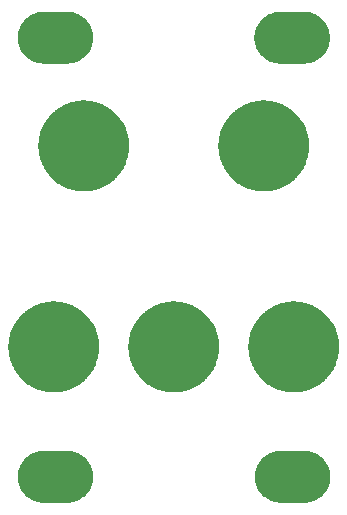
<source format=gbr>
G04 #@! TF.GenerationSoftware,KiCad,Pcbnew,8.0.5*
G04 #@! TF.CreationDate,2024-11-20T22:49:29-05:00*
G04 #@! TF.ProjectId,1U Rim Panel,31552052-696d-4205-9061-6e656c2e6b69,rev?*
G04 #@! TF.SameCoordinates,Original*
G04 #@! TF.FileFunction,Soldermask,Bot*
G04 #@! TF.FilePolarity,Negative*
%FSLAX46Y46*%
G04 Gerber Fmt 4.6, Leading zero omitted, Abs format (unit mm)*
G04 Created by KiCad (PCBNEW 8.0.5) date 2024-11-20 22:49:29*
%MOMM*%
%LPD*%
G01*
G04 APERTURE LIST*
G04 APERTURE END LIST*
G36*
X33173757Y-60596634D02*
G01*
X33190893Y-60599820D01*
X33204121Y-60600687D01*
X33326677Y-60625064D01*
X33462693Y-60650352D01*
X33476315Y-60654828D01*
X33486332Y-60656821D01*
X33606211Y-60697514D01*
X33741892Y-60742102D01*
X33752028Y-60747013D01*
X33758800Y-60749312D01*
X33872633Y-60805448D01*
X34006370Y-60870246D01*
X34013197Y-60874767D01*
X34016864Y-60876575D01*
X34119726Y-60945305D01*
X34251409Y-61032499D01*
X34255253Y-61035860D01*
X34256117Y-61036438D01*
X34328657Y-61100053D01*
X34472635Y-61225965D01*
X34598589Y-61369992D01*
X34662161Y-61442482D01*
X34662737Y-61443345D01*
X34666101Y-61447191D01*
X34753331Y-61578928D01*
X34822024Y-61681735D01*
X34823831Y-61685399D01*
X34828354Y-61692230D01*
X34893179Y-61826024D01*
X34949287Y-61939799D01*
X34951584Y-61946566D01*
X34956498Y-61956708D01*
X35001105Y-62092449D01*
X35041778Y-62212267D01*
X35043769Y-62222278D01*
X35048248Y-62235907D01*
X35073546Y-62371983D01*
X35097912Y-62494478D01*
X35098778Y-62507698D01*
X35101966Y-62524843D01*
X35117000Y-62781600D01*
X35101966Y-63038357D01*
X35098778Y-63055502D01*
X35097912Y-63068721D01*
X35073549Y-63191200D01*
X35048248Y-63327293D01*
X35043768Y-63340923D01*
X35041778Y-63350932D01*
X35001115Y-63470718D01*
X34956498Y-63606492D01*
X34951583Y-63616635D01*
X34949287Y-63623400D01*
X34893207Y-63737117D01*
X34828354Y-63870970D01*
X34823829Y-63877803D01*
X34822024Y-63881464D01*
X34753404Y-63984160D01*
X34666101Y-64116009D01*
X34662734Y-64119858D01*
X34662161Y-64120717D01*
X34598902Y-64192850D01*
X34472635Y-64337235D01*
X34328250Y-64463502D01*
X34256117Y-64526761D01*
X34255258Y-64527334D01*
X34251409Y-64530701D01*
X34119560Y-64618004D01*
X34016864Y-64686624D01*
X34013203Y-64688429D01*
X34006370Y-64692954D01*
X33872517Y-64757807D01*
X33758800Y-64813887D01*
X33752035Y-64816183D01*
X33741892Y-64821098D01*
X33606118Y-64865715D01*
X33486332Y-64906378D01*
X33476323Y-64908368D01*
X33462693Y-64912848D01*
X33326600Y-64938149D01*
X33204121Y-64962512D01*
X33190902Y-64963378D01*
X33173757Y-64966566D01*
X32917000Y-64981600D01*
X30917000Y-64981600D01*
X30660243Y-64966566D01*
X30643098Y-64963378D01*
X30629878Y-64962512D01*
X30507383Y-64938146D01*
X30371307Y-64912848D01*
X30357678Y-64908369D01*
X30347667Y-64906378D01*
X30227849Y-64865705D01*
X30092108Y-64821098D01*
X30081966Y-64816184D01*
X30075199Y-64813887D01*
X29961424Y-64757779D01*
X29827630Y-64692954D01*
X29820799Y-64688431D01*
X29817135Y-64686624D01*
X29714328Y-64617931D01*
X29582591Y-64530701D01*
X29578745Y-64527337D01*
X29577882Y-64526761D01*
X29505392Y-64463189D01*
X29361365Y-64337235D01*
X29235453Y-64193257D01*
X29171838Y-64120717D01*
X29171260Y-64119853D01*
X29167899Y-64116009D01*
X29080705Y-63984326D01*
X29011975Y-63881464D01*
X29010167Y-63877797D01*
X29005646Y-63870970D01*
X28940848Y-63737233D01*
X28884712Y-63623400D01*
X28882413Y-63616628D01*
X28877502Y-63606492D01*
X28832914Y-63470811D01*
X28792221Y-63350932D01*
X28790228Y-63340915D01*
X28785752Y-63327293D01*
X28760464Y-63191277D01*
X28736087Y-63068721D01*
X28735220Y-63055494D01*
X28732034Y-63038357D01*
X28717000Y-62781600D01*
X28732034Y-62524843D01*
X28735219Y-62507706D01*
X28736087Y-62494478D01*
X28760467Y-62371906D01*
X28785752Y-62235907D01*
X28790228Y-62222285D01*
X28792221Y-62212267D01*
X28832925Y-62092357D01*
X28877502Y-61956708D01*
X28882412Y-61946573D01*
X28884712Y-61939799D01*
X28940876Y-61825909D01*
X29005646Y-61692230D01*
X29010165Y-61685405D01*
X29011975Y-61681735D01*
X29080778Y-61578762D01*
X29167899Y-61447191D01*
X29171258Y-61443349D01*
X29171838Y-61442482D01*
X29235765Y-61369585D01*
X29361365Y-61225965D01*
X29504985Y-61100365D01*
X29577882Y-61036438D01*
X29578749Y-61035858D01*
X29582591Y-61032499D01*
X29714162Y-60945378D01*
X29817135Y-60876575D01*
X29820805Y-60874765D01*
X29827630Y-60870246D01*
X29961309Y-60805476D01*
X30075199Y-60749312D01*
X30081973Y-60747012D01*
X30092108Y-60742102D01*
X30227757Y-60697525D01*
X30347667Y-60656821D01*
X30357685Y-60654828D01*
X30371307Y-60650352D01*
X30507306Y-60625067D01*
X30629878Y-60600687D01*
X30643106Y-60599819D01*
X30660243Y-60596634D01*
X30917000Y-60581600D01*
X32917000Y-60581600D01*
X33173757Y-60596634D01*
G37*
G36*
X53253757Y-60596634D02*
G01*
X53270893Y-60599820D01*
X53284121Y-60600687D01*
X53406677Y-60625064D01*
X53542693Y-60650352D01*
X53556315Y-60654828D01*
X53566332Y-60656821D01*
X53686211Y-60697514D01*
X53821892Y-60742102D01*
X53832028Y-60747013D01*
X53838800Y-60749312D01*
X53952633Y-60805448D01*
X54086370Y-60870246D01*
X54093197Y-60874767D01*
X54096864Y-60876575D01*
X54199726Y-60945305D01*
X54331409Y-61032499D01*
X54335253Y-61035860D01*
X54336117Y-61036438D01*
X54408657Y-61100053D01*
X54552635Y-61225965D01*
X54678589Y-61369992D01*
X54742161Y-61442482D01*
X54742737Y-61443345D01*
X54746101Y-61447191D01*
X54833331Y-61578928D01*
X54902024Y-61681735D01*
X54903831Y-61685399D01*
X54908354Y-61692230D01*
X54973179Y-61826024D01*
X55029287Y-61939799D01*
X55031584Y-61946566D01*
X55036498Y-61956708D01*
X55081105Y-62092449D01*
X55121778Y-62212267D01*
X55123769Y-62222278D01*
X55128248Y-62235907D01*
X55153546Y-62371983D01*
X55177912Y-62494478D01*
X55178778Y-62507698D01*
X55181966Y-62524843D01*
X55197000Y-62781600D01*
X55181966Y-63038357D01*
X55178778Y-63055502D01*
X55177912Y-63068721D01*
X55153549Y-63191200D01*
X55128248Y-63327293D01*
X55123768Y-63340923D01*
X55121778Y-63350932D01*
X55081115Y-63470718D01*
X55036498Y-63606492D01*
X55031583Y-63616635D01*
X55029287Y-63623400D01*
X54973207Y-63737117D01*
X54908354Y-63870970D01*
X54903829Y-63877803D01*
X54902024Y-63881464D01*
X54833404Y-63984160D01*
X54746101Y-64116009D01*
X54742734Y-64119858D01*
X54742161Y-64120717D01*
X54678902Y-64192850D01*
X54552635Y-64337235D01*
X54408250Y-64463502D01*
X54336117Y-64526761D01*
X54335258Y-64527334D01*
X54331409Y-64530701D01*
X54199560Y-64618004D01*
X54096864Y-64686624D01*
X54093203Y-64688429D01*
X54086370Y-64692954D01*
X53952517Y-64757807D01*
X53838800Y-64813887D01*
X53832035Y-64816183D01*
X53821892Y-64821098D01*
X53686118Y-64865715D01*
X53566332Y-64906378D01*
X53556323Y-64908368D01*
X53542693Y-64912848D01*
X53406600Y-64938149D01*
X53284121Y-64962512D01*
X53270902Y-64963378D01*
X53253757Y-64966566D01*
X52997000Y-64981600D01*
X50997000Y-64981600D01*
X50740243Y-64966566D01*
X50723098Y-64963378D01*
X50709878Y-64962512D01*
X50587383Y-64938146D01*
X50451307Y-64912848D01*
X50437678Y-64908369D01*
X50427667Y-64906378D01*
X50307849Y-64865705D01*
X50172108Y-64821098D01*
X50161966Y-64816184D01*
X50155199Y-64813887D01*
X50041424Y-64757779D01*
X49907630Y-64692954D01*
X49900799Y-64688431D01*
X49897135Y-64686624D01*
X49794328Y-64617931D01*
X49662591Y-64530701D01*
X49658745Y-64527337D01*
X49657882Y-64526761D01*
X49585392Y-64463189D01*
X49441365Y-64337235D01*
X49315453Y-64193257D01*
X49251838Y-64120717D01*
X49251260Y-64119853D01*
X49247899Y-64116009D01*
X49160705Y-63984326D01*
X49091975Y-63881464D01*
X49090167Y-63877797D01*
X49085646Y-63870970D01*
X49020848Y-63737233D01*
X48964712Y-63623400D01*
X48962413Y-63616628D01*
X48957502Y-63606492D01*
X48912914Y-63470811D01*
X48872221Y-63350932D01*
X48870228Y-63340915D01*
X48865752Y-63327293D01*
X48840464Y-63191277D01*
X48816087Y-63068721D01*
X48815220Y-63055494D01*
X48812034Y-63038357D01*
X48797000Y-62781600D01*
X48812034Y-62524843D01*
X48815219Y-62507706D01*
X48816087Y-62494478D01*
X48840467Y-62371906D01*
X48865752Y-62235907D01*
X48870228Y-62222285D01*
X48872221Y-62212267D01*
X48912925Y-62092357D01*
X48957502Y-61956708D01*
X48962412Y-61946573D01*
X48964712Y-61939799D01*
X49020876Y-61825909D01*
X49085646Y-61692230D01*
X49090165Y-61685405D01*
X49091975Y-61681735D01*
X49160778Y-61578762D01*
X49247899Y-61447191D01*
X49251258Y-61443349D01*
X49251838Y-61442482D01*
X49315765Y-61369585D01*
X49441365Y-61225965D01*
X49584985Y-61100365D01*
X49657882Y-61036438D01*
X49658749Y-61035858D01*
X49662591Y-61032499D01*
X49794162Y-60945378D01*
X49897135Y-60876575D01*
X49900805Y-60874765D01*
X49907630Y-60870246D01*
X50041309Y-60805476D01*
X50155199Y-60749312D01*
X50161973Y-60747012D01*
X50172108Y-60742102D01*
X50307757Y-60697525D01*
X50427667Y-60656821D01*
X50437685Y-60654828D01*
X50451307Y-60650352D01*
X50587306Y-60625067D01*
X50709878Y-60600687D01*
X50723106Y-60599819D01*
X50740243Y-60596634D01*
X50997000Y-60581600D01*
X52997000Y-60581600D01*
X53253757Y-60596634D01*
G37*
G36*
X31869123Y-47941141D02*
G01*
X31966599Y-47941141D01*
X32057701Y-47950405D01*
X32148948Y-47954888D01*
X32251779Y-47970141D01*
X32354597Y-47980597D01*
X32438477Y-47997834D01*
X32522667Y-48010323D01*
X32629668Y-48037125D01*
X32736612Y-48059103D01*
X32812652Y-48082960D01*
X32889152Y-48102123D01*
X32999001Y-48141427D01*
X33108725Y-48175854D01*
X33176498Y-48204938D01*
X33244870Y-48229402D01*
X33356141Y-48282029D01*
X33467117Y-48329653D01*
X33526372Y-48362542D01*
X33586412Y-48390939D01*
X33697572Y-48457566D01*
X33808111Y-48518920D01*
X33858819Y-48554214D01*
X33910458Y-48585165D01*
X34019819Y-48666272D01*
X34128208Y-48741713D01*
X34170543Y-48778057D01*
X34213920Y-48810227D01*
X34319763Y-48906158D01*
X34424123Y-48995748D01*
X34458426Y-49031835D01*
X34493854Y-49063945D01*
X34594383Y-49174861D01*
X34692819Y-49278416D01*
X34719613Y-49313031D01*
X34747572Y-49343879D01*
X34840958Y-49469797D01*
X34931539Y-49586817D01*
X34951513Y-49618863D01*
X34972634Y-49647341D01*
X35057059Y-49788195D01*
X35137834Y-49917787D01*
X35151806Y-49946271D01*
X35166860Y-49971387D01*
X35240487Y-50127059D01*
X35309588Y-50267930D01*
X35318517Y-50292040D01*
X35328397Y-50312929D01*
X35389507Y-50483719D01*
X35445036Y-50633652D01*
X35449962Y-50652678D01*
X35455676Y-50668647D01*
X35502601Y-50855984D01*
X35542790Y-51011201D01*
X35544850Y-51024649D01*
X35547476Y-51035132D01*
X35578590Y-51244894D01*
X35601847Y-51396702D01*
X35602230Y-51404263D01*
X35602911Y-51408851D01*
X35616774Y-51691055D01*
X35621600Y-51786200D01*
X35616774Y-51881352D01*
X35602911Y-52163548D01*
X35602230Y-52168135D01*
X35601847Y-52175698D01*
X35578586Y-52327536D01*
X35547476Y-52537267D01*
X35544850Y-52547748D01*
X35542790Y-52561199D01*
X35502593Y-52716445D01*
X35455676Y-52903752D01*
X35449963Y-52919718D01*
X35445036Y-52938748D01*
X35389496Y-53088708D01*
X35328397Y-53259470D01*
X35318519Y-53280354D01*
X35309588Y-53304470D01*
X35240474Y-53445367D01*
X35166860Y-53601012D01*
X35151809Y-53626122D01*
X35137834Y-53654613D01*
X35057043Y-53784229D01*
X34972634Y-53925058D01*
X34951517Y-53953530D01*
X34931539Y-53985583D01*
X34840941Y-54102625D01*
X34747572Y-54228520D01*
X34719618Y-54259361D01*
X34692819Y-54293984D01*
X34594363Y-54397558D01*
X34493854Y-54508454D01*
X34458433Y-54540557D01*
X34424123Y-54576652D01*
X34319742Y-54666259D01*
X34213920Y-54762172D01*
X34170552Y-54794335D01*
X34128208Y-54830687D01*
X34019797Y-54906142D01*
X33910458Y-54987234D01*
X33858830Y-55018178D01*
X33808111Y-55053480D01*
X33697550Y-55114846D01*
X33586412Y-55181460D01*
X33526384Y-55209850D01*
X33467117Y-55242747D01*
X33356118Y-55290380D01*
X33244870Y-55342997D01*
X33176512Y-55367455D01*
X33108725Y-55396546D01*
X32998978Y-55430979D01*
X32889152Y-55470276D01*
X32812668Y-55489434D01*
X32736612Y-55513297D01*
X32629646Y-55535278D01*
X32522667Y-55562076D01*
X32438495Y-55574561D01*
X32354597Y-55591803D01*
X32251758Y-55602260D01*
X32148948Y-55617511D01*
X32057720Y-55621992D01*
X31966599Y-55631259D01*
X31869102Y-55631259D01*
X31771600Y-55636049D01*
X31674097Y-55631259D01*
X31576601Y-55631259D01*
X31485480Y-55621992D01*
X31394251Y-55617511D01*
X31291438Y-55602260D01*
X31188603Y-55591803D01*
X31104707Y-55574561D01*
X31020532Y-55562076D01*
X30913547Y-55535277D01*
X30806588Y-55513297D01*
X30730535Y-55489435D01*
X30654047Y-55470276D01*
X30544213Y-55430976D01*
X30434475Y-55396546D01*
X30366692Y-55367457D01*
X30298329Y-55342997D01*
X30187070Y-55290375D01*
X30076083Y-55242747D01*
X30016820Y-55209853D01*
X29956787Y-55181460D01*
X29845636Y-55114838D01*
X29735089Y-55053480D01*
X29684375Y-55018182D01*
X29632741Y-54987234D01*
X29523386Y-54906131D01*
X29414992Y-54830687D01*
X29372654Y-54794341D01*
X29329279Y-54762172D01*
X29223438Y-54666243D01*
X29119077Y-54576652D01*
X29084772Y-54540563D01*
X29049345Y-54508454D01*
X28948814Y-54397536D01*
X28850381Y-54293984D01*
X28823587Y-54259369D01*
X28795627Y-54228520D01*
X28702234Y-54102594D01*
X28611661Y-53985583D01*
X28591687Y-53953538D01*
X28570565Y-53925058D01*
X28486130Y-53784187D01*
X28405366Y-53654613D01*
X28391395Y-53626131D01*
X28376339Y-53601012D01*
X28302697Y-53445310D01*
X28233612Y-53304470D01*
X28224684Y-53280364D01*
X28214802Y-53259470D01*
X28153673Y-53088629D01*
X28098164Y-52938748D01*
X28093239Y-52919728D01*
X28087523Y-52903752D01*
X28040575Y-52716326D01*
X28000410Y-52561199D01*
X27998350Y-52547758D01*
X27995723Y-52537267D01*
X27964582Y-52327330D01*
X27941353Y-52175698D01*
X27940969Y-52168145D01*
X27940288Y-52163548D01*
X27926393Y-51880722D01*
X27921600Y-51786200D01*
X27926393Y-51691685D01*
X27940288Y-51408851D01*
X27940970Y-51404252D01*
X27941353Y-51396702D01*
X27964577Y-51245099D01*
X27995723Y-51035132D01*
X27998351Y-51024639D01*
X28000410Y-51011201D01*
X28040567Y-50856102D01*
X28087523Y-50668647D01*
X28093240Y-50652667D01*
X28098164Y-50633652D01*
X28153663Y-50483799D01*
X28214802Y-50312929D01*
X28224686Y-50292030D01*
X28233612Y-50267930D01*
X28302684Y-50127116D01*
X28376339Y-49971387D01*
X28391397Y-49946262D01*
X28405366Y-49917787D01*
X28486114Y-49788237D01*
X28570565Y-49647341D01*
X28591691Y-49618855D01*
X28611661Y-49586817D01*
X28702217Y-49469828D01*
X28795627Y-49343879D01*
X28823592Y-49313023D01*
X28850381Y-49278416D01*
X28948795Y-49174884D01*
X29049345Y-49063945D01*
X29084779Y-49031829D01*
X29119077Y-48995748D01*
X29223417Y-48906174D01*
X29329279Y-48810227D01*
X29372662Y-48778051D01*
X29414992Y-48741713D01*
X29523364Y-48666284D01*
X29632741Y-48585165D01*
X29684386Y-48554209D01*
X29735089Y-48518920D01*
X29845613Y-48457573D01*
X29956787Y-48390939D01*
X30016832Y-48362539D01*
X30076083Y-48329653D01*
X30187047Y-48282034D01*
X30298329Y-48229402D01*
X30366706Y-48204936D01*
X30434475Y-48175854D01*
X30544190Y-48141430D01*
X30654047Y-48102123D01*
X30730551Y-48082959D01*
X30806588Y-48059103D01*
X30913525Y-48037126D01*
X31020532Y-48010323D01*
X31104724Y-47997834D01*
X31188603Y-47980597D01*
X31291416Y-47970141D01*
X31394251Y-47954888D01*
X31485499Y-47950405D01*
X31576601Y-47941141D01*
X31674077Y-47941141D01*
X31771600Y-47936350D01*
X31869123Y-47941141D01*
G37*
G36*
X42029123Y-47941141D02*
G01*
X42126599Y-47941141D01*
X42217701Y-47950405D01*
X42308948Y-47954888D01*
X42411779Y-47970141D01*
X42514597Y-47980597D01*
X42598477Y-47997834D01*
X42682667Y-48010323D01*
X42789668Y-48037125D01*
X42896612Y-48059103D01*
X42972652Y-48082960D01*
X43049152Y-48102123D01*
X43159001Y-48141427D01*
X43268725Y-48175854D01*
X43336498Y-48204938D01*
X43404870Y-48229402D01*
X43516141Y-48282029D01*
X43627117Y-48329653D01*
X43686372Y-48362542D01*
X43746412Y-48390939D01*
X43857572Y-48457566D01*
X43968111Y-48518920D01*
X44018819Y-48554214D01*
X44070458Y-48585165D01*
X44179819Y-48666272D01*
X44288208Y-48741713D01*
X44330543Y-48778057D01*
X44373920Y-48810227D01*
X44479763Y-48906158D01*
X44584123Y-48995748D01*
X44618426Y-49031835D01*
X44653854Y-49063945D01*
X44754383Y-49174861D01*
X44852819Y-49278416D01*
X44879613Y-49313031D01*
X44907572Y-49343879D01*
X45000958Y-49469797D01*
X45091539Y-49586817D01*
X45111513Y-49618863D01*
X45132634Y-49647341D01*
X45217059Y-49788195D01*
X45297834Y-49917787D01*
X45311806Y-49946271D01*
X45326860Y-49971387D01*
X45400487Y-50127059D01*
X45469588Y-50267930D01*
X45478517Y-50292040D01*
X45488397Y-50312929D01*
X45549507Y-50483719D01*
X45605036Y-50633652D01*
X45609962Y-50652678D01*
X45615676Y-50668647D01*
X45662601Y-50855984D01*
X45702790Y-51011201D01*
X45704850Y-51024649D01*
X45707476Y-51035132D01*
X45738590Y-51244894D01*
X45761847Y-51396702D01*
X45762230Y-51404263D01*
X45762911Y-51408851D01*
X45776774Y-51691055D01*
X45781600Y-51786200D01*
X45776774Y-51881352D01*
X45762911Y-52163548D01*
X45762230Y-52168135D01*
X45761847Y-52175698D01*
X45738586Y-52327536D01*
X45707476Y-52537267D01*
X45704850Y-52547748D01*
X45702790Y-52561199D01*
X45662593Y-52716445D01*
X45615676Y-52903752D01*
X45609963Y-52919718D01*
X45605036Y-52938748D01*
X45549496Y-53088708D01*
X45488397Y-53259470D01*
X45478519Y-53280354D01*
X45469588Y-53304470D01*
X45400474Y-53445367D01*
X45326860Y-53601012D01*
X45311809Y-53626122D01*
X45297834Y-53654613D01*
X45217043Y-53784229D01*
X45132634Y-53925058D01*
X45111517Y-53953530D01*
X45091539Y-53985583D01*
X45000941Y-54102625D01*
X44907572Y-54228520D01*
X44879618Y-54259361D01*
X44852819Y-54293984D01*
X44754363Y-54397558D01*
X44653854Y-54508454D01*
X44618433Y-54540557D01*
X44584123Y-54576652D01*
X44479742Y-54666259D01*
X44373920Y-54762172D01*
X44330552Y-54794335D01*
X44288208Y-54830687D01*
X44179797Y-54906142D01*
X44070458Y-54987234D01*
X44018830Y-55018178D01*
X43968111Y-55053480D01*
X43857550Y-55114846D01*
X43746412Y-55181460D01*
X43686384Y-55209850D01*
X43627117Y-55242747D01*
X43516118Y-55290380D01*
X43404870Y-55342997D01*
X43336512Y-55367455D01*
X43268725Y-55396546D01*
X43158978Y-55430979D01*
X43049152Y-55470276D01*
X42972668Y-55489434D01*
X42896612Y-55513297D01*
X42789646Y-55535278D01*
X42682667Y-55562076D01*
X42598495Y-55574561D01*
X42514597Y-55591803D01*
X42411758Y-55602260D01*
X42308948Y-55617511D01*
X42217720Y-55621992D01*
X42126599Y-55631259D01*
X42029102Y-55631259D01*
X41931600Y-55636049D01*
X41834097Y-55631259D01*
X41736601Y-55631259D01*
X41645480Y-55621992D01*
X41554251Y-55617511D01*
X41451438Y-55602260D01*
X41348603Y-55591803D01*
X41264707Y-55574561D01*
X41180532Y-55562076D01*
X41073547Y-55535277D01*
X40966588Y-55513297D01*
X40890535Y-55489435D01*
X40814047Y-55470276D01*
X40704213Y-55430976D01*
X40594475Y-55396546D01*
X40526692Y-55367457D01*
X40458329Y-55342997D01*
X40347070Y-55290375D01*
X40236083Y-55242747D01*
X40176820Y-55209853D01*
X40116787Y-55181460D01*
X40005636Y-55114838D01*
X39895089Y-55053480D01*
X39844375Y-55018182D01*
X39792741Y-54987234D01*
X39683386Y-54906131D01*
X39574992Y-54830687D01*
X39532654Y-54794341D01*
X39489279Y-54762172D01*
X39383438Y-54666243D01*
X39279077Y-54576652D01*
X39244772Y-54540563D01*
X39209345Y-54508454D01*
X39108814Y-54397536D01*
X39010381Y-54293984D01*
X38983587Y-54259369D01*
X38955627Y-54228520D01*
X38862234Y-54102594D01*
X38771661Y-53985583D01*
X38751687Y-53953538D01*
X38730565Y-53925058D01*
X38646130Y-53784187D01*
X38565366Y-53654613D01*
X38551395Y-53626131D01*
X38536339Y-53601012D01*
X38462697Y-53445310D01*
X38393612Y-53304470D01*
X38384684Y-53280364D01*
X38374802Y-53259470D01*
X38313673Y-53088629D01*
X38258164Y-52938748D01*
X38253239Y-52919728D01*
X38247523Y-52903752D01*
X38200575Y-52716326D01*
X38160410Y-52561199D01*
X38158350Y-52547758D01*
X38155723Y-52537267D01*
X38124582Y-52327330D01*
X38101353Y-52175698D01*
X38100969Y-52168145D01*
X38100288Y-52163548D01*
X38086393Y-51880722D01*
X38081600Y-51786200D01*
X38086393Y-51691685D01*
X38100288Y-51408851D01*
X38100970Y-51404252D01*
X38101353Y-51396702D01*
X38124577Y-51245099D01*
X38155723Y-51035132D01*
X38158351Y-51024639D01*
X38160410Y-51011201D01*
X38200567Y-50856102D01*
X38247523Y-50668647D01*
X38253240Y-50652667D01*
X38258164Y-50633652D01*
X38313663Y-50483799D01*
X38374802Y-50312929D01*
X38384686Y-50292030D01*
X38393612Y-50267930D01*
X38462684Y-50127116D01*
X38536339Y-49971387D01*
X38551397Y-49946262D01*
X38565366Y-49917787D01*
X38646114Y-49788237D01*
X38730565Y-49647341D01*
X38751691Y-49618855D01*
X38771661Y-49586817D01*
X38862217Y-49469828D01*
X38955627Y-49343879D01*
X38983592Y-49313023D01*
X39010381Y-49278416D01*
X39108795Y-49174884D01*
X39209345Y-49063945D01*
X39244779Y-49031829D01*
X39279077Y-48995748D01*
X39383417Y-48906174D01*
X39489279Y-48810227D01*
X39532662Y-48778051D01*
X39574992Y-48741713D01*
X39683364Y-48666284D01*
X39792741Y-48585165D01*
X39844386Y-48554209D01*
X39895089Y-48518920D01*
X40005613Y-48457573D01*
X40116787Y-48390939D01*
X40176832Y-48362539D01*
X40236083Y-48329653D01*
X40347047Y-48282034D01*
X40458329Y-48229402D01*
X40526706Y-48204936D01*
X40594475Y-48175854D01*
X40704190Y-48141430D01*
X40814047Y-48102123D01*
X40890551Y-48082959D01*
X40966588Y-48059103D01*
X41073525Y-48037126D01*
X41180532Y-48010323D01*
X41264724Y-47997834D01*
X41348603Y-47980597D01*
X41451416Y-47970141D01*
X41554251Y-47954888D01*
X41645499Y-47950405D01*
X41736601Y-47941141D01*
X41834077Y-47941141D01*
X41931600Y-47936350D01*
X42029123Y-47941141D01*
G37*
G36*
X52189123Y-47941141D02*
G01*
X52286599Y-47941141D01*
X52377701Y-47950405D01*
X52468948Y-47954888D01*
X52571779Y-47970141D01*
X52674597Y-47980597D01*
X52758477Y-47997834D01*
X52842667Y-48010323D01*
X52949668Y-48037125D01*
X53056612Y-48059103D01*
X53132652Y-48082960D01*
X53209152Y-48102123D01*
X53319001Y-48141427D01*
X53428725Y-48175854D01*
X53496498Y-48204938D01*
X53564870Y-48229402D01*
X53676141Y-48282029D01*
X53787117Y-48329653D01*
X53846372Y-48362542D01*
X53906412Y-48390939D01*
X54017572Y-48457566D01*
X54128111Y-48518920D01*
X54178819Y-48554214D01*
X54230458Y-48585165D01*
X54339819Y-48666272D01*
X54448208Y-48741713D01*
X54490543Y-48778057D01*
X54533920Y-48810227D01*
X54639763Y-48906158D01*
X54744123Y-48995748D01*
X54778426Y-49031835D01*
X54813854Y-49063945D01*
X54914383Y-49174861D01*
X55012819Y-49278416D01*
X55039613Y-49313031D01*
X55067572Y-49343879D01*
X55160958Y-49469797D01*
X55251539Y-49586817D01*
X55271513Y-49618863D01*
X55292634Y-49647341D01*
X55377059Y-49788195D01*
X55457834Y-49917787D01*
X55471806Y-49946271D01*
X55486860Y-49971387D01*
X55560487Y-50127059D01*
X55629588Y-50267930D01*
X55638517Y-50292040D01*
X55648397Y-50312929D01*
X55709507Y-50483719D01*
X55765036Y-50633652D01*
X55769962Y-50652678D01*
X55775676Y-50668647D01*
X55822601Y-50855984D01*
X55862790Y-51011201D01*
X55864850Y-51024649D01*
X55867476Y-51035132D01*
X55898590Y-51244894D01*
X55921847Y-51396702D01*
X55922230Y-51404263D01*
X55922911Y-51408851D01*
X55936774Y-51691055D01*
X55941600Y-51786200D01*
X55936774Y-51881352D01*
X55922911Y-52163548D01*
X55922230Y-52168135D01*
X55921847Y-52175698D01*
X55898586Y-52327536D01*
X55867476Y-52537267D01*
X55864850Y-52547748D01*
X55862790Y-52561199D01*
X55822593Y-52716445D01*
X55775676Y-52903752D01*
X55769963Y-52919718D01*
X55765036Y-52938748D01*
X55709496Y-53088708D01*
X55648397Y-53259470D01*
X55638519Y-53280354D01*
X55629588Y-53304470D01*
X55560474Y-53445367D01*
X55486860Y-53601012D01*
X55471809Y-53626122D01*
X55457834Y-53654613D01*
X55377043Y-53784229D01*
X55292634Y-53925058D01*
X55271517Y-53953530D01*
X55251539Y-53985583D01*
X55160941Y-54102625D01*
X55067572Y-54228520D01*
X55039618Y-54259361D01*
X55012819Y-54293984D01*
X54914363Y-54397558D01*
X54813854Y-54508454D01*
X54778433Y-54540557D01*
X54744123Y-54576652D01*
X54639742Y-54666259D01*
X54533920Y-54762172D01*
X54490552Y-54794335D01*
X54448208Y-54830687D01*
X54339797Y-54906142D01*
X54230458Y-54987234D01*
X54178830Y-55018178D01*
X54128111Y-55053480D01*
X54017550Y-55114846D01*
X53906412Y-55181460D01*
X53846384Y-55209850D01*
X53787117Y-55242747D01*
X53676118Y-55290380D01*
X53564870Y-55342997D01*
X53496512Y-55367455D01*
X53428725Y-55396546D01*
X53318978Y-55430979D01*
X53209152Y-55470276D01*
X53132668Y-55489434D01*
X53056612Y-55513297D01*
X52949646Y-55535278D01*
X52842667Y-55562076D01*
X52758495Y-55574561D01*
X52674597Y-55591803D01*
X52571758Y-55602260D01*
X52468948Y-55617511D01*
X52377720Y-55621992D01*
X52286599Y-55631259D01*
X52189102Y-55631259D01*
X52091600Y-55636049D01*
X51994097Y-55631259D01*
X51896601Y-55631259D01*
X51805480Y-55621992D01*
X51714251Y-55617511D01*
X51611438Y-55602260D01*
X51508603Y-55591803D01*
X51424707Y-55574561D01*
X51340532Y-55562076D01*
X51233547Y-55535277D01*
X51126588Y-55513297D01*
X51050535Y-55489435D01*
X50974047Y-55470276D01*
X50864213Y-55430976D01*
X50754475Y-55396546D01*
X50686692Y-55367457D01*
X50618329Y-55342997D01*
X50507070Y-55290375D01*
X50396083Y-55242747D01*
X50336820Y-55209853D01*
X50276787Y-55181460D01*
X50165636Y-55114838D01*
X50055089Y-55053480D01*
X50004375Y-55018182D01*
X49952741Y-54987234D01*
X49843386Y-54906131D01*
X49734992Y-54830687D01*
X49692654Y-54794341D01*
X49649279Y-54762172D01*
X49543438Y-54666243D01*
X49439077Y-54576652D01*
X49404772Y-54540563D01*
X49369345Y-54508454D01*
X49268814Y-54397536D01*
X49170381Y-54293984D01*
X49143587Y-54259369D01*
X49115627Y-54228520D01*
X49022234Y-54102594D01*
X48931661Y-53985583D01*
X48911687Y-53953538D01*
X48890565Y-53925058D01*
X48806130Y-53784187D01*
X48725366Y-53654613D01*
X48711395Y-53626131D01*
X48696339Y-53601012D01*
X48622697Y-53445310D01*
X48553612Y-53304470D01*
X48544684Y-53280364D01*
X48534802Y-53259470D01*
X48473673Y-53088629D01*
X48418164Y-52938748D01*
X48413239Y-52919728D01*
X48407523Y-52903752D01*
X48360575Y-52716326D01*
X48320410Y-52561199D01*
X48318350Y-52547758D01*
X48315723Y-52537267D01*
X48284582Y-52327330D01*
X48261353Y-52175698D01*
X48260969Y-52168145D01*
X48260288Y-52163548D01*
X48246393Y-51880722D01*
X48241600Y-51786200D01*
X48246393Y-51691685D01*
X48260288Y-51408851D01*
X48260970Y-51404252D01*
X48261353Y-51396702D01*
X48284577Y-51245099D01*
X48315723Y-51035132D01*
X48318351Y-51024639D01*
X48320410Y-51011201D01*
X48360567Y-50856102D01*
X48407523Y-50668647D01*
X48413240Y-50652667D01*
X48418164Y-50633652D01*
X48473663Y-50483799D01*
X48534802Y-50312929D01*
X48544686Y-50292030D01*
X48553612Y-50267930D01*
X48622684Y-50127116D01*
X48696339Y-49971387D01*
X48711397Y-49946262D01*
X48725366Y-49917787D01*
X48806114Y-49788237D01*
X48890565Y-49647341D01*
X48911691Y-49618855D01*
X48931661Y-49586817D01*
X49022217Y-49469828D01*
X49115627Y-49343879D01*
X49143592Y-49313023D01*
X49170381Y-49278416D01*
X49268795Y-49174884D01*
X49369345Y-49063945D01*
X49404779Y-49031829D01*
X49439077Y-48995748D01*
X49543417Y-48906174D01*
X49649279Y-48810227D01*
X49692662Y-48778051D01*
X49734992Y-48741713D01*
X49843364Y-48666284D01*
X49952741Y-48585165D01*
X50004386Y-48554209D01*
X50055089Y-48518920D01*
X50165613Y-48457573D01*
X50276787Y-48390939D01*
X50336832Y-48362539D01*
X50396083Y-48329653D01*
X50507047Y-48282034D01*
X50618329Y-48229402D01*
X50686706Y-48204936D01*
X50754475Y-48175854D01*
X50864190Y-48141430D01*
X50974047Y-48102123D01*
X51050551Y-48082959D01*
X51126588Y-48059103D01*
X51233525Y-48037126D01*
X51340532Y-48010323D01*
X51424724Y-47997834D01*
X51508603Y-47980597D01*
X51611416Y-47970141D01*
X51714251Y-47954888D01*
X51805499Y-47950405D01*
X51896601Y-47941141D01*
X51994077Y-47941141D01*
X52091600Y-47936350D01*
X52189123Y-47941141D01*
G37*
G36*
X34409123Y-30923141D02*
G01*
X34506599Y-30923141D01*
X34597701Y-30932405D01*
X34688948Y-30936888D01*
X34791779Y-30952141D01*
X34894597Y-30962597D01*
X34978477Y-30979834D01*
X35062667Y-30992323D01*
X35169668Y-31019125D01*
X35276612Y-31041103D01*
X35352652Y-31064960D01*
X35429152Y-31084123D01*
X35539001Y-31123427D01*
X35648725Y-31157854D01*
X35716498Y-31186938D01*
X35784870Y-31211402D01*
X35896141Y-31264029D01*
X36007117Y-31311653D01*
X36066372Y-31344542D01*
X36126412Y-31372939D01*
X36237572Y-31439566D01*
X36348111Y-31500920D01*
X36398819Y-31536214D01*
X36450458Y-31567165D01*
X36559819Y-31648272D01*
X36668208Y-31723713D01*
X36710543Y-31760057D01*
X36753920Y-31792227D01*
X36859763Y-31888158D01*
X36964123Y-31977748D01*
X36998426Y-32013835D01*
X37033854Y-32045945D01*
X37134383Y-32156861D01*
X37232819Y-32260416D01*
X37259613Y-32295031D01*
X37287572Y-32325879D01*
X37380958Y-32451797D01*
X37471539Y-32568817D01*
X37491513Y-32600863D01*
X37512634Y-32629341D01*
X37597059Y-32770195D01*
X37677834Y-32899787D01*
X37691806Y-32928271D01*
X37706860Y-32953387D01*
X37780487Y-33109059D01*
X37849588Y-33249930D01*
X37858517Y-33274040D01*
X37868397Y-33294929D01*
X37929507Y-33465719D01*
X37985036Y-33615652D01*
X37989962Y-33634678D01*
X37995676Y-33650647D01*
X38042601Y-33837984D01*
X38082790Y-33993201D01*
X38084850Y-34006649D01*
X38087476Y-34017132D01*
X38118590Y-34226894D01*
X38141847Y-34378702D01*
X38142230Y-34386263D01*
X38142911Y-34390851D01*
X38156774Y-34673055D01*
X38161600Y-34768200D01*
X38156774Y-34863352D01*
X38142911Y-35145548D01*
X38142230Y-35150135D01*
X38141847Y-35157698D01*
X38118586Y-35309536D01*
X38087476Y-35519267D01*
X38084850Y-35529748D01*
X38082790Y-35543199D01*
X38042593Y-35698445D01*
X37995676Y-35885752D01*
X37989963Y-35901718D01*
X37985036Y-35920748D01*
X37929496Y-36070708D01*
X37868397Y-36241470D01*
X37858519Y-36262354D01*
X37849588Y-36286470D01*
X37780474Y-36427367D01*
X37706860Y-36583012D01*
X37691809Y-36608122D01*
X37677834Y-36636613D01*
X37597043Y-36766229D01*
X37512634Y-36907058D01*
X37491517Y-36935530D01*
X37471539Y-36967583D01*
X37380941Y-37084625D01*
X37287572Y-37210520D01*
X37259618Y-37241361D01*
X37232819Y-37275984D01*
X37134363Y-37379558D01*
X37033854Y-37490454D01*
X36998433Y-37522557D01*
X36964123Y-37558652D01*
X36859742Y-37648259D01*
X36753920Y-37744172D01*
X36710552Y-37776335D01*
X36668208Y-37812687D01*
X36559797Y-37888142D01*
X36450458Y-37969234D01*
X36398830Y-38000178D01*
X36348111Y-38035480D01*
X36237550Y-38096846D01*
X36126412Y-38163460D01*
X36066384Y-38191850D01*
X36007117Y-38224747D01*
X35896118Y-38272380D01*
X35784870Y-38324997D01*
X35716512Y-38349455D01*
X35648725Y-38378546D01*
X35538978Y-38412979D01*
X35429152Y-38452276D01*
X35352668Y-38471434D01*
X35276612Y-38495297D01*
X35169646Y-38517278D01*
X35062667Y-38544076D01*
X34978495Y-38556561D01*
X34894597Y-38573803D01*
X34791758Y-38584260D01*
X34688948Y-38599511D01*
X34597720Y-38603992D01*
X34506599Y-38613259D01*
X34409102Y-38613259D01*
X34311600Y-38618049D01*
X34214097Y-38613259D01*
X34116601Y-38613259D01*
X34025480Y-38603992D01*
X33934251Y-38599511D01*
X33831438Y-38584260D01*
X33728603Y-38573803D01*
X33644707Y-38556561D01*
X33560532Y-38544076D01*
X33453547Y-38517277D01*
X33346588Y-38495297D01*
X33270535Y-38471435D01*
X33194047Y-38452276D01*
X33084213Y-38412976D01*
X32974475Y-38378546D01*
X32906692Y-38349457D01*
X32838329Y-38324997D01*
X32727070Y-38272375D01*
X32616083Y-38224747D01*
X32556820Y-38191853D01*
X32496787Y-38163460D01*
X32385636Y-38096838D01*
X32275089Y-38035480D01*
X32224375Y-38000182D01*
X32172741Y-37969234D01*
X32063386Y-37888131D01*
X31954992Y-37812687D01*
X31912654Y-37776341D01*
X31869279Y-37744172D01*
X31763438Y-37648243D01*
X31659077Y-37558652D01*
X31624772Y-37522563D01*
X31589345Y-37490454D01*
X31488814Y-37379536D01*
X31390381Y-37275984D01*
X31363587Y-37241369D01*
X31335627Y-37210520D01*
X31242234Y-37084594D01*
X31151661Y-36967583D01*
X31131687Y-36935538D01*
X31110565Y-36907058D01*
X31026130Y-36766187D01*
X30945366Y-36636613D01*
X30931395Y-36608131D01*
X30916339Y-36583012D01*
X30842697Y-36427310D01*
X30773612Y-36286470D01*
X30764684Y-36262364D01*
X30754802Y-36241470D01*
X30693673Y-36070629D01*
X30638164Y-35920748D01*
X30633239Y-35901728D01*
X30627523Y-35885752D01*
X30580575Y-35698326D01*
X30540410Y-35543199D01*
X30538350Y-35529758D01*
X30535723Y-35519267D01*
X30504582Y-35309330D01*
X30481353Y-35157698D01*
X30480969Y-35150145D01*
X30480288Y-35145548D01*
X30466393Y-34862722D01*
X30461600Y-34768200D01*
X30466393Y-34673685D01*
X30480288Y-34390851D01*
X30480970Y-34386252D01*
X30481353Y-34378702D01*
X30504577Y-34227099D01*
X30535723Y-34017132D01*
X30538351Y-34006639D01*
X30540410Y-33993201D01*
X30580567Y-33838102D01*
X30627523Y-33650647D01*
X30633240Y-33634667D01*
X30638164Y-33615652D01*
X30693663Y-33465799D01*
X30754802Y-33294929D01*
X30764686Y-33274030D01*
X30773612Y-33249930D01*
X30842684Y-33109116D01*
X30916339Y-32953387D01*
X30931397Y-32928262D01*
X30945366Y-32899787D01*
X31026114Y-32770237D01*
X31110565Y-32629341D01*
X31131691Y-32600855D01*
X31151661Y-32568817D01*
X31242217Y-32451828D01*
X31335627Y-32325879D01*
X31363592Y-32295023D01*
X31390381Y-32260416D01*
X31488795Y-32156884D01*
X31589345Y-32045945D01*
X31624779Y-32013829D01*
X31659077Y-31977748D01*
X31763417Y-31888174D01*
X31869279Y-31792227D01*
X31912662Y-31760051D01*
X31954992Y-31723713D01*
X32063364Y-31648284D01*
X32172741Y-31567165D01*
X32224386Y-31536209D01*
X32275089Y-31500920D01*
X32385613Y-31439573D01*
X32496787Y-31372939D01*
X32556832Y-31344539D01*
X32616083Y-31311653D01*
X32727047Y-31264034D01*
X32838329Y-31211402D01*
X32906706Y-31186936D01*
X32974475Y-31157854D01*
X33084190Y-31123430D01*
X33194047Y-31084123D01*
X33270551Y-31064959D01*
X33346588Y-31041103D01*
X33453525Y-31019126D01*
X33560532Y-30992323D01*
X33644724Y-30979834D01*
X33728603Y-30962597D01*
X33831416Y-30952141D01*
X33934251Y-30936888D01*
X34025499Y-30932405D01*
X34116601Y-30923141D01*
X34214077Y-30923141D01*
X34311600Y-30918350D01*
X34409123Y-30923141D01*
G37*
G36*
X49649123Y-30923141D02*
G01*
X49746599Y-30923141D01*
X49837701Y-30932405D01*
X49928948Y-30936888D01*
X50031779Y-30952141D01*
X50134597Y-30962597D01*
X50218477Y-30979834D01*
X50302667Y-30992323D01*
X50409668Y-31019125D01*
X50516612Y-31041103D01*
X50592652Y-31064960D01*
X50669152Y-31084123D01*
X50779001Y-31123427D01*
X50888725Y-31157854D01*
X50956498Y-31186938D01*
X51024870Y-31211402D01*
X51136141Y-31264029D01*
X51247117Y-31311653D01*
X51306372Y-31344542D01*
X51366412Y-31372939D01*
X51477572Y-31439566D01*
X51588111Y-31500920D01*
X51638819Y-31536214D01*
X51690458Y-31567165D01*
X51799819Y-31648272D01*
X51908208Y-31723713D01*
X51950543Y-31760057D01*
X51993920Y-31792227D01*
X52099763Y-31888158D01*
X52204123Y-31977748D01*
X52238426Y-32013835D01*
X52273854Y-32045945D01*
X52374383Y-32156861D01*
X52472819Y-32260416D01*
X52499613Y-32295031D01*
X52527572Y-32325879D01*
X52620958Y-32451797D01*
X52711539Y-32568817D01*
X52731513Y-32600863D01*
X52752634Y-32629341D01*
X52837059Y-32770195D01*
X52917834Y-32899787D01*
X52931806Y-32928271D01*
X52946860Y-32953387D01*
X53020487Y-33109059D01*
X53089588Y-33249930D01*
X53098517Y-33274040D01*
X53108397Y-33294929D01*
X53169507Y-33465719D01*
X53225036Y-33615652D01*
X53229962Y-33634678D01*
X53235676Y-33650647D01*
X53282601Y-33837984D01*
X53322790Y-33993201D01*
X53324850Y-34006649D01*
X53327476Y-34017132D01*
X53358590Y-34226894D01*
X53381847Y-34378702D01*
X53382230Y-34386263D01*
X53382911Y-34390851D01*
X53396774Y-34673055D01*
X53401600Y-34768200D01*
X53396774Y-34863352D01*
X53382911Y-35145548D01*
X53382230Y-35150135D01*
X53381847Y-35157698D01*
X53358586Y-35309536D01*
X53327476Y-35519267D01*
X53324850Y-35529748D01*
X53322790Y-35543199D01*
X53282593Y-35698445D01*
X53235676Y-35885752D01*
X53229963Y-35901718D01*
X53225036Y-35920748D01*
X53169496Y-36070708D01*
X53108397Y-36241470D01*
X53098519Y-36262354D01*
X53089588Y-36286470D01*
X53020474Y-36427367D01*
X52946860Y-36583012D01*
X52931809Y-36608122D01*
X52917834Y-36636613D01*
X52837043Y-36766229D01*
X52752634Y-36907058D01*
X52731517Y-36935530D01*
X52711539Y-36967583D01*
X52620941Y-37084625D01*
X52527572Y-37210520D01*
X52499618Y-37241361D01*
X52472819Y-37275984D01*
X52374363Y-37379558D01*
X52273854Y-37490454D01*
X52238433Y-37522557D01*
X52204123Y-37558652D01*
X52099742Y-37648259D01*
X51993920Y-37744172D01*
X51950552Y-37776335D01*
X51908208Y-37812687D01*
X51799797Y-37888142D01*
X51690458Y-37969234D01*
X51638830Y-38000178D01*
X51588111Y-38035480D01*
X51477550Y-38096846D01*
X51366412Y-38163460D01*
X51306384Y-38191850D01*
X51247117Y-38224747D01*
X51136118Y-38272380D01*
X51024870Y-38324997D01*
X50956512Y-38349455D01*
X50888725Y-38378546D01*
X50778978Y-38412979D01*
X50669152Y-38452276D01*
X50592668Y-38471434D01*
X50516612Y-38495297D01*
X50409646Y-38517278D01*
X50302667Y-38544076D01*
X50218495Y-38556561D01*
X50134597Y-38573803D01*
X50031758Y-38584260D01*
X49928948Y-38599511D01*
X49837720Y-38603992D01*
X49746599Y-38613259D01*
X49649102Y-38613259D01*
X49551600Y-38618049D01*
X49454097Y-38613259D01*
X49356601Y-38613259D01*
X49265480Y-38603992D01*
X49174251Y-38599511D01*
X49071438Y-38584260D01*
X48968603Y-38573803D01*
X48884707Y-38556561D01*
X48800532Y-38544076D01*
X48693547Y-38517277D01*
X48586588Y-38495297D01*
X48510535Y-38471435D01*
X48434047Y-38452276D01*
X48324213Y-38412976D01*
X48214475Y-38378546D01*
X48146692Y-38349457D01*
X48078329Y-38324997D01*
X47967070Y-38272375D01*
X47856083Y-38224747D01*
X47796820Y-38191853D01*
X47736787Y-38163460D01*
X47625636Y-38096838D01*
X47515089Y-38035480D01*
X47464375Y-38000182D01*
X47412741Y-37969234D01*
X47303386Y-37888131D01*
X47194992Y-37812687D01*
X47152654Y-37776341D01*
X47109279Y-37744172D01*
X47003438Y-37648243D01*
X46899077Y-37558652D01*
X46864772Y-37522563D01*
X46829345Y-37490454D01*
X46728814Y-37379536D01*
X46630381Y-37275984D01*
X46603587Y-37241369D01*
X46575627Y-37210520D01*
X46482234Y-37084594D01*
X46391661Y-36967583D01*
X46371687Y-36935538D01*
X46350565Y-36907058D01*
X46266130Y-36766187D01*
X46185366Y-36636613D01*
X46171395Y-36608131D01*
X46156339Y-36583012D01*
X46082697Y-36427310D01*
X46013612Y-36286470D01*
X46004684Y-36262364D01*
X45994802Y-36241470D01*
X45933673Y-36070629D01*
X45878164Y-35920748D01*
X45873239Y-35901728D01*
X45867523Y-35885752D01*
X45820575Y-35698326D01*
X45780410Y-35543199D01*
X45778350Y-35529758D01*
X45775723Y-35519267D01*
X45744582Y-35309330D01*
X45721353Y-35157698D01*
X45720969Y-35150145D01*
X45720288Y-35145548D01*
X45706393Y-34862722D01*
X45701600Y-34768200D01*
X45706393Y-34673685D01*
X45720288Y-34390851D01*
X45720970Y-34386252D01*
X45721353Y-34378702D01*
X45744577Y-34227099D01*
X45775723Y-34017132D01*
X45778351Y-34006639D01*
X45780410Y-33993201D01*
X45820567Y-33838102D01*
X45867523Y-33650647D01*
X45873240Y-33634667D01*
X45878164Y-33615652D01*
X45933663Y-33465799D01*
X45994802Y-33294929D01*
X46004686Y-33274030D01*
X46013612Y-33249930D01*
X46082684Y-33109116D01*
X46156339Y-32953387D01*
X46171397Y-32928262D01*
X46185366Y-32899787D01*
X46266114Y-32770237D01*
X46350565Y-32629341D01*
X46371691Y-32600855D01*
X46391661Y-32568817D01*
X46482217Y-32451828D01*
X46575627Y-32325879D01*
X46603592Y-32295023D01*
X46630381Y-32260416D01*
X46728795Y-32156884D01*
X46829345Y-32045945D01*
X46864779Y-32013829D01*
X46899077Y-31977748D01*
X47003417Y-31888174D01*
X47109279Y-31792227D01*
X47152662Y-31760051D01*
X47194992Y-31723713D01*
X47303364Y-31648284D01*
X47412741Y-31567165D01*
X47464386Y-31536209D01*
X47515089Y-31500920D01*
X47625613Y-31439573D01*
X47736787Y-31372939D01*
X47796832Y-31344539D01*
X47856083Y-31311653D01*
X47967047Y-31264034D01*
X48078329Y-31211402D01*
X48146706Y-31186936D01*
X48214475Y-31157854D01*
X48324190Y-31123430D01*
X48434047Y-31084123D01*
X48510551Y-31064959D01*
X48586588Y-31041103D01*
X48693525Y-31019126D01*
X48800532Y-30992323D01*
X48884724Y-30979834D01*
X48968603Y-30962597D01*
X49071416Y-30952141D01*
X49174251Y-30936888D01*
X49265499Y-30932405D01*
X49356601Y-30923141D01*
X49454077Y-30923141D01*
X49551600Y-30918350D01*
X49649123Y-30923141D01*
G37*
G36*
X33173757Y-23416634D02*
G01*
X33190893Y-23419820D01*
X33204121Y-23420687D01*
X33326677Y-23445064D01*
X33462693Y-23470352D01*
X33476315Y-23474828D01*
X33486332Y-23476821D01*
X33606211Y-23517514D01*
X33741892Y-23562102D01*
X33752028Y-23567013D01*
X33758800Y-23569312D01*
X33872633Y-23625448D01*
X34006370Y-23690246D01*
X34013197Y-23694767D01*
X34016864Y-23696575D01*
X34119726Y-23765305D01*
X34251409Y-23852499D01*
X34255253Y-23855860D01*
X34256117Y-23856438D01*
X34328657Y-23920053D01*
X34472635Y-24045965D01*
X34598589Y-24189992D01*
X34662161Y-24262482D01*
X34662737Y-24263345D01*
X34666101Y-24267191D01*
X34753331Y-24398928D01*
X34822024Y-24501735D01*
X34823831Y-24505399D01*
X34828354Y-24512230D01*
X34893179Y-24646024D01*
X34949287Y-24759799D01*
X34951584Y-24766566D01*
X34956498Y-24776708D01*
X35001105Y-24912449D01*
X35041778Y-25032267D01*
X35043769Y-25042278D01*
X35048248Y-25055907D01*
X35073546Y-25191983D01*
X35097912Y-25314478D01*
X35098778Y-25327698D01*
X35101966Y-25344843D01*
X35117000Y-25601600D01*
X35101966Y-25858357D01*
X35098778Y-25875502D01*
X35097912Y-25888721D01*
X35073549Y-26011200D01*
X35048248Y-26147293D01*
X35043768Y-26160923D01*
X35041778Y-26170932D01*
X35001115Y-26290718D01*
X34956498Y-26426492D01*
X34951583Y-26436635D01*
X34949287Y-26443400D01*
X34893207Y-26557117D01*
X34828354Y-26690970D01*
X34823829Y-26697803D01*
X34822024Y-26701464D01*
X34753404Y-26804160D01*
X34666101Y-26936009D01*
X34662734Y-26939858D01*
X34662161Y-26940717D01*
X34598902Y-27012850D01*
X34472635Y-27157235D01*
X34328250Y-27283502D01*
X34256117Y-27346761D01*
X34255258Y-27347334D01*
X34251409Y-27350701D01*
X34119560Y-27438004D01*
X34016864Y-27506624D01*
X34013203Y-27508429D01*
X34006370Y-27512954D01*
X33872517Y-27577807D01*
X33758800Y-27633887D01*
X33752035Y-27636183D01*
X33741892Y-27641098D01*
X33606118Y-27685715D01*
X33486332Y-27726378D01*
X33476323Y-27728368D01*
X33462693Y-27732848D01*
X33326600Y-27758149D01*
X33204121Y-27782512D01*
X33190902Y-27783378D01*
X33173757Y-27786566D01*
X32917000Y-27801600D01*
X30917000Y-27801600D01*
X30660243Y-27786566D01*
X30643098Y-27783378D01*
X30629878Y-27782512D01*
X30507383Y-27758146D01*
X30371307Y-27732848D01*
X30357678Y-27728369D01*
X30347667Y-27726378D01*
X30227849Y-27685705D01*
X30092108Y-27641098D01*
X30081966Y-27636184D01*
X30075199Y-27633887D01*
X29961424Y-27577779D01*
X29827630Y-27512954D01*
X29820799Y-27508431D01*
X29817135Y-27506624D01*
X29714328Y-27437931D01*
X29582591Y-27350701D01*
X29578745Y-27347337D01*
X29577882Y-27346761D01*
X29505392Y-27283189D01*
X29361365Y-27157235D01*
X29235453Y-27013257D01*
X29171838Y-26940717D01*
X29171260Y-26939853D01*
X29167899Y-26936009D01*
X29080705Y-26804326D01*
X29011975Y-26701464D01*
X29010167Y-26697797D01*
X29005646Y-26690970D01*
X28940848Y-26557233D01*
X28884712Y-26443400D01*
X28882413Y-26436628D01*
X28877502Y-26426492D01*
X28832914Y-26290811D01*
X28792221Y-26170932D01*
X28790228Y-26160915D01*
X28785752Y-26147293D01*
X28760464Y-26011277D01*
X28736087Y-25888721D01*
X28735220Y-25875494D01*
X28732034Y-25858357D01*
X28717000Y-25601600D01*
X28732034Y-25344843D01*
X28735219Y-25327706D01*
X28736087Y-25314478D01*
X28760467Y-25191906D01*
X28785752Y-25055907D01*
X28790228Y-25042285D01*
X28792221Y-25032267D01*
X28832925Y-24912357D01*
X28877502Y-24776708D01*
X28882412Y-24766573D01*
X28884712Y-24759799D01*
X28940876Y-24645909D01*
X29005646Y-24512230D01*
X29010165Y-24505405D01*
X29011975Y-24501735D01*
X29080778Y-24398762D01*
X29167899Y-24267191D01*
X29171258Y-24263349D01*
X29171838Y-24262482D01*
X29235765Y-24189585D01*
X29361365Y-24045965D01*
X29504985Y-23920365D01*
X29577882Y-23856438D01*
X29578749Y-23855858D01*
X29582591Y-23852499D01*
X29714162Y-23765378D01*
X29817135Y-23696575D01*
X29820805Y-23694765D01*
X29827630Y-23690246D01*
X29961309Y-23625476D01*
X30075199Y-23569312D01*
X30081973Y-23567012D01*
X30092108Y-23562102D01*
X30227757Y-23517525D01*
X30347667Y-23476821D01*
X30357685Y-23474828D01*
X30371307Y-23470352D01*
X30507306Y-23445067D01*
X30629878Y-23420687D01*
X30643106Y-23419819D01*
X30660243Y-23416634D01*
X30917000Y-23401600D01*
X32917000Y-23401600D01*
X33173757Y-23416634D01*
G37*
G36*
X53209757Y-23416634D02*
G01*
X53226893Y-23419820D01*
X53240121Y-23420687D01*
X53362677Y-23445064D01*
X53498693Y-23470352D01*
X53512315Y-23474828D01*
X53522332Y-23476821D01*
X53642211Y-23517514D01*
X53777892Y-23562102D01*
X53788028Y-23567013D01*
X53794800Y-23569312D01*
X53908633Y-23625448D01*
X54042370Y-23690246D01*
X54049197Y-23694767D01*
X54052864Y-23696575D01*
X54155726Y-23765305D01*
X54287409Y-23852499D01*
X54291253Y-23855860D01*
X54292117Y-23856438D01*
X54364657Y-23920053D01*
X54508635Y-24045965D01*
X54634589Y-24189992D01*
X54698161Y-24262482D01*
X54698737Y-24263345D01*
X54702101Y-24267191D01*
X54789331Y-24398928D01*
X54858024Y-24501735D01*
X54859831Y-24505399D01*
X54864354Y-24512230D01*
X54929179Y-24646024D01*
X54985287Y-24759799D01*
X54987584Y-24766566D01*
X54992498Y-24776708D01*
X55037105Y-24912449D01*
X55077778Y-25032267D01*
X55079769Y-25042278D01*
X55084248Y-25055907D01*
X55109546Y-25191983D01*
X55133912Y-25314478D01*
X55134778Y-25327698D01*
X55137966Y-25344843D01*
X55153000Y-25601600D01*
X55137966Y-25858357D01*
X55134778Y-25875502D01*
X55133912Y-25888721D01*
X55109549Y-26011200D01*
X55084248Y-26147293D01*
X55079768Y-26160923D01*
X55077778Y-26170932D01*
X55037115Y-26290718D01*
X54992498Y-26426492D01*
X54987583Y-26436635D01*
X54985287Y-26443400D01*
X54929207Y-26557117D01*
X54864354Y-26690970D01*
X54859829Y-26697803D01*
X54858024Y-26701464D01*
X54789404Y-26804160D01*
X54702101Y-26936009D01*
X54698734Y-26939858D01*
X54698161Y-26940717D01*
X54634902Y-27012850D01*
X54508635Y-27157235D01*
X54364250Y-27283502D01*
X54292117Y-27346761D01*
X54291258Y-27347334D01*
X54287409Y-27350701D01*
X54155560Y-27438004D01*
X54052864Y-27506624D01*
X54049203Y-27508429D01*
X54042370Y-27512954D01*
X53908517Y-27577807D01*
X53794800Y-27633887D01*
X53788035Y-27636183D01*
X53777892Y-27641098D01*
X53642118Y-27685715D01*
X53522332Y-27726378D01*
X53512323Y-27728368D01*
X53498693Y-27732848D01*
X53362600Y-27758149D01*
X53240121Y-27782512D01*
X53226902Y-27783378D01*
X53209757Y-27786566D01*
X52953000Y-27801600D01*
X50953000Y-27801600D01*
X50696243Y-27786566D01*
X50679098Y-27783378D01*
X50665878Y-27782512D01*
X50543383Y-27758146D01*
X50407307Y-27732848D01*
X50393678Y-27728369D01*
X50383667Y-27726378D01*
X50263849Y-27685705D01*
X50128108Y-27641098D01*
X50117966Y-27636184D01*
X50111199Y-27633887D01*
X49997424Y-27577779D01*
X49863630Y-27512954D01*
X49856799Y-27508431D01*
X49853135Y-27506624D01*
X49750328Y-27437931D01*
X49618591Y-27350701D01*
X49614745Y-27347337D01*
X49613882Y-27346761D01*
X49541392Y-27283189D01*
X49397365Y-27157235D01*
X49271453Y-27013257D01*
X49207838Y-26940717D01*
X49207260Y-26939853D01*
X49203899Y-26936009D01*
X49116705Y-26804326D01*
X49047975Y-26701464D01*
X49046167Y-26697797D01*
X49041646Y-26690970D01*
X48976848Y-26557233D01*
X48920712Y-26443400D01*
X48918413Y-26436628D01*
X48913502Y-26426492D01*
X48868914Y-26290811D01*
X48828221Y-26170932D01*
X48826228Y-26160915D01*
X48821752Y-26147293D01*
X48796464Y-26011277D01*
X48772087Y-25888721D01*
X48771220Y-25875494D01*
X48768034Y-25858357D01*
X48753000Y-25601600D01*
X48768034Y-25344843D01*
X48771219Y-25327706D01*
X48772087Y-25314478D01*
X48796467Y-25191906D01*
X48821752Y-25055907D01*
X48826228Y-25042285D01*
X48828221Y-25032267D01*
X48868925Y-24912357D01*
X48913502Y-24776708D01*
X48918412Y-24766573D01*
X48920712Y-24759799D01*
X48976876Y-24645909D01*
X49041646Y-24512230D01*
X49046165Y-24505405D01*
X49047975Y-24501735D01*
X49116778Y-24398762D01*
X49203899Y-24267191D01*
X49207258Y-24263349D01*
X49207838Y-24262482D01*
X49271765Y-24189585D01*
X49397365Y-24045965D01*
X49540985Y-23920365D01*
X49613882Y-23856438D01*
X49614749Y-23855858D01*
X49618591Y-23852499D01*
X49750162Y-23765378D01*
X49853135Y-23696575D01*
X49856805Y-23694765D01*
X49863630Y-23690246D01*
X49997309Y-23625476D01*
X50111199Y-23569312D01*
X50117973Y-23567012D01*
X50128108Y-23562102D01*
X50263757Y-23517525D01*
X50383667Y-23476821D01*
X50393685Y-23474828D01*
X50407307Y-23470352D01*
X50543306Y-23445067D01*
X50665878Y-23420687D01*
X50679106Y-23419819D01*
X50696243Y-23416634D01*
X50953000Y-23401600D01*
X52953000Y-23401600D01*
X53209757Y-23416634D01*
G37*
M02*

</source>
